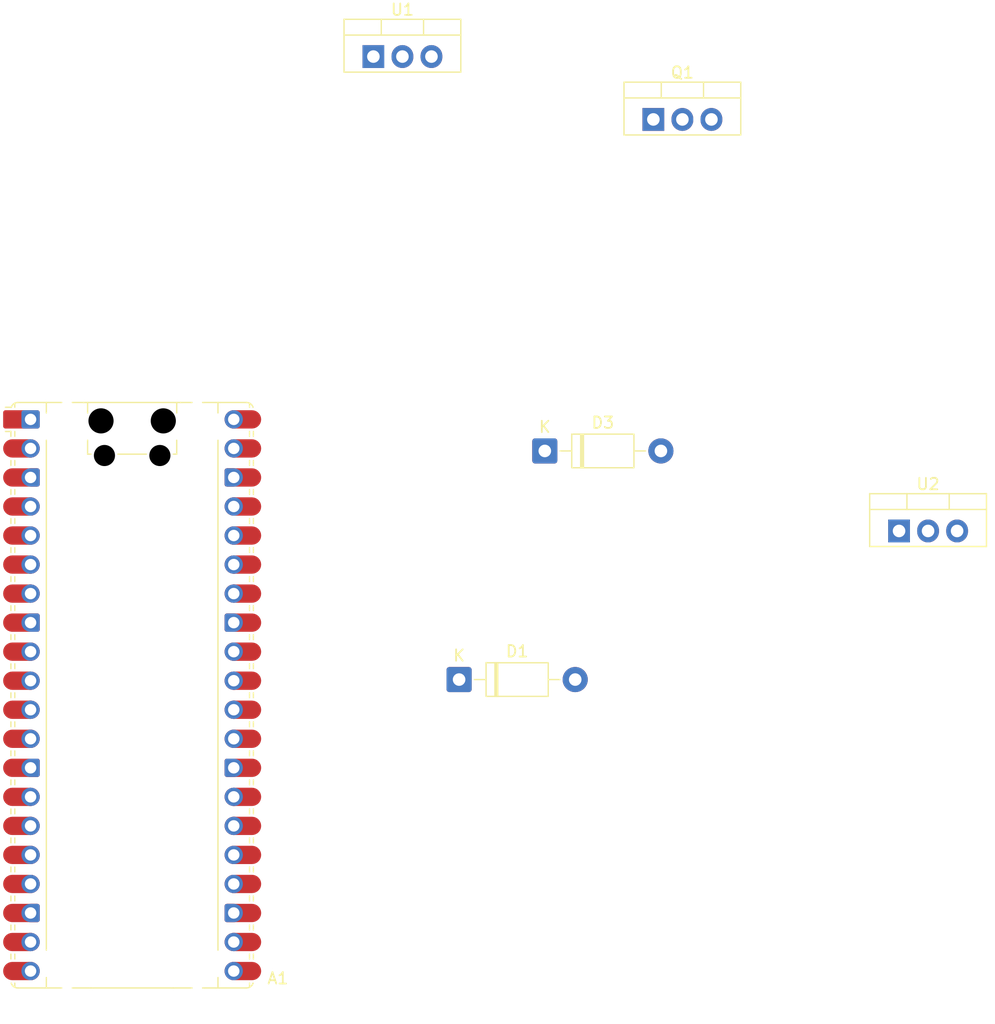
<source format=kicad_pcb>
(kicad_pcb (version 20241229) (generator "pcbnew") (generator_version "9.0")
  (layers (0 "F.Cu" signal) (2 "B.Cu" signal) (13 "F.Paste" user) (15 "B.Paste" user) (5 "F.SilkS" user "F.Silkscreen") (7 "B.SilkS" user "B.Silkscreen") (1 "F.Mask" user) (3 "B.Mask" user) (25 "Edge.Cuts" user))
  (net 0 "")
  (net 16 "Net-(A1-GPIO2)")
  (net 29 "GND")
  (net 37 "Net-(A1-GPIO0)")
  (net 64 "Net-(A1-VBUS)")
  (net 77 "Net-(D1-K)")
  (net 78 "Net-(D1-A)")
  (net 79 "+5V")
  (net 80 "Net-(D3-K)")
  (net 81 "Net-(Q1-G)")
  (net 82 "Net-(U1-ADJ)")
  (net 83 "+3.3V")
  (net 84 "Net-(U2-ADJ)")
  (footprint "Diode_THT:D_DO-41_SOD81_P10.16mm_Horizontal" (layer "F.Cu") (at 164.42 87)
    (property "Reference" "D3" (at 5.08 -2.47 0) (layer "F.SilkS"))
    (property "Value" "1N4004")
    (fp_line (start 1.34 0) (end 2.36 0) (stroke (width 0.12)) (layer "F.SilkS"))
    (fp_line (start 3.14 -1.47) (end 3.14 1.47) (stroke (width 0.12)) (layer "F.SilkS"))
    (fp_line (start 3.26 -1.47) (end 3.26 1.47) (stroke (width 0.12)) (layer "F.SilkS"))
    (fp_line (start 3.38 -1.47) (end 3.38 1.47) (stroke (width 0.12)) (layer "F.SilkS"))
    (fp_line (start 8.82 0) (end 7.8 0) (stroke (width 0.12)) (layer "F.SilkS"))
    (fp_rect (start 2.36 -1.47) (end 7.8 1.47) (stroke (width 0.12)) (fill no) (layer "F.SilkS"))
    (fp_text user "K" (at 0 -2.1 0) (layer "F.SilkS"))
    (pad "1" thru_hole roundrect (at 0 0) (size 2.2 2.2) (drill 1.1) (layers "*.Cu" "*.Mask") (roundrect_rratio 0.113636) (net 80 "Net-(D3-K)"))
    (pad "2" thru_hole circle (at 10.16 0) (size 2.2 2.2) (drill 1.1) (layers "*.Cu" "*.Mask") (net 79 "+5V"))
  )
  (footprint "Diode_THT:D_DO-41_SOD81_P10.16mm_Horizontal" (layer "F.Cu") (at 156.92 107)
    (property "Reference" "D1" (at 5.08 -2.47 0) (layer "F.SilkS"))
    (property "Value" "1N4004")
    (fp_line (start 1.34 0) (end 2.36 0) (stroke (width 0.12)) (layer "F.SilkS"))
    (fp_line (start 3.14 -1.47) (end 3.14 1.47) (stroke (width 0.12)) (layer "F.SilkS"))
    (fp_line (start 3.26 -1.47) (end 3.26 1.47) (stroke (width 0.12)) (layer "F.SilkS"))
    (fp_line (start 3.38 -1.47) (end 3.38 1.47) (stroke (width 0.12)) (layer "F.SilkS"))
    (fp_line (start 8.82 0) (end 7.8 0) (stroke (width 0.12)) (layer "F.SilkS"))
    (fp_rect (start 2.36 -1.47) (end 7.8 1.47) (stroke (width 0.12)) (fill no) (layer "F.SilkS"))
    (fp_text user "K" (at 0 -2.1 0) (layer "F.SilkS"))
    (pad "1" thru_hole roundrect (at 0 0) (size 2.2 2.2) (drill 1.1) (layers "*.Cu" "*.Mask") (roundrect_rratio 0.113636) (net 77 "Net-(D1-K)"))
    (pad "2" thru_hole circle (at 10.16 0) (size 2.2 2.2) (drill 1.1) (layers "*.Cu" "*.Mask") (net 78 "Net-(D1-A)"))
  )
  (footprint "Package_TO_SOT_THT:TO-220-3_Vertical" (layer "F.Cu") (at 195.42 94)
    (property "Reference" "U2" (at 2.54 -4.1 0) (layer "F.SilkS"))
    (property "Value" "LM317_TO-220")
    (fp_line (start -2.57 -3.26) (end 7.65 -3.26) (stroke (width 0.12)) (layer "F.SilkS"))
    (fp_line (start -2.57 -1.88) (end 7.65 -1.88) (stroke (width 0.12)) (layer "F.SilkS"))
    (fp_line (start -2.57 1.36) (end -2.57 -3.26) (stroke (width 0.12)) (layer "F.SilkS"))
    (fp_line (start 0.69 -3.26) (end 0.69 -1.88) (stroke (width 0.12)) (layer "F.SilkS"))
    (fp_line (start 4.39 -3.26) (end 4.39 -1.88) (stroke (width 0.12)) (layer "F.SilkS"))
    (fp_line (start 7.65 -3.26) (end 7.65 1.36) (stroke (width 0.12)) (layer "F.SilkS"))
    (fp_line (start 7.65 1.36) (end -2.57 1.36) (stroke (width 0.12)) (layer "F.SilkS"))
    (pad "1" thru_hole rect (at 0 0) (size 1.905 2) (drill 1.1) (layers "*.Cu" "*.Mask") (net 84 "Net-(U2-ADJ)"))
    (pad "2" thru_hole oval (at 2.54 0) (size 1.905 2) (drill 1.1) (layers "*.Cu" "*.Mask") (net 83 "+3.3V"))
    (pad "3" thru_hole oval (at 5.08 0) (size 1.905 2) (drill 1.1) (layers "*.Cu" "*.Mask") (net 77 "Net-(D1-K)"))
  )
  (footprint "Package_TO_SOT_THT:TO-220-3_Vertical" (layer "F.Cu") (at 149.42 52.5)
    (property "Reference" "U1" (at 2.54 -4.1 0) (layer "F.SilkS"))
    (property "Value" "LM317_TO-220")
    (fp_line (start -2.57 -3.26) (end 7.65 -3.26) (stroke (width 0.12)) (layer "F.SilkS"))
    (fp_line (start -2.57 -1.88) (end 7.65 -1.88) (stroke (width 0.12)) (layer "F.SilkS"))
    (fp_line (start -2.57 1.36) (end -2.57 -3.26) (stroke (width 0.12)) (layer "F.SilkS"))
    (fp_line (start 0.69 -3.26) (end 0.69 -1.88) (stroke (width 0.12)) (layer "F.SilkS"))
    (fp_line (start 4.39 -3.26) (end 4.39 -1.88) (stroke (width 0.12)) (layer "F.SilkS"))
    (fp_line (start 7.65 -3.26) (end 7.65 1.36) (stroke (width 0.12)) (layer "F.SilkS"))
    (fp_line (start 7.65 1.36) (end -2.57 1.36) (stroke (width 0.12)) (layer "F.SilkS"))
    (pad "1" thru_hole rect (at 0 0) (size 1.905 2) (drill 1.1) (layers "*.Cu" "*.Mask") (net 82 "Net-(U1-ADJ)"))
    (pad "2" thru_hole oval (at 2.54 0) (size 1.905 2) (drill 1.1) (layers "*.Cu" "*.Mask") (net 79 "+5V"))
    (pad "3" thru_hole oval (at 5.08 0) (size 1.905 2) (drill 1.1) (layers "*.Cu" "*.Mask") (net 77 "Net-(D1-K)"))
  )
  (footprint "Package_TO_SOT_THT:TO-220-3_Vertical" (layer "F.Cu") (at 173.92 58)
    (property "Reference" "Q1" (at 2.54 -4.1 0) (layer "F.SilkS"))
    (property "Value" "IRLB8721PBF")
    (fp_line (start -2.57 -3.26) (end 7.65 -3.26) (stroke (width 0.12)) (layer "F.SilkS"))
    (fp_line (start -2.57 -1.88) (end 7.65 -1.88) (stroke (width 0.12)) (layer "F.SilkS"))
    (fp_line (start -2.57 1.36) (end -2.57 -3.26) (stroke (width 0.12)) (layer "F.SilkS"))
    (fp_line (start 0.69 -3.26) (end 0.69 -1.88) (stroke (width 0.12)) (layer "F.SilkS"))
    (fp_line (start 4.39 -3.26) (end 4.39 -1.88) (stroke (width 0.12)) (layer "F.SilkS"))
    (fp_line (start 7.65 -3.26) (end 7.65 1.36) (stroke (width 0.12)) (layer "F.SilkS"))
    (fp_line (start 7.65 1.36) (end -2.57 1.36) (stroke (width 0.12)) (layer "F.SilkS"))
    (pad "1" thru_hole rect (at 0 0) (size 1.905 2) (drill 1.1) (layers "*.Cu" "*.Mask") (net 81 "Net-(Q1-G)"))
    (pad "2" thru_hole oval (at 2.54 0) (size 1.905 2) (drill 1.1) (layers "*.Cu" "*.Mask") (net 80 "Net-(D3-K)"))
    (pad "3" thru_hole oval (at 5.08 0) (size 1.905 2) (drill 1.1) (layers "*.Cu" "*.Mask") (net 29 "GND"))
  )
  (footprint "Module:RaspberryPi_Pico_Common_Unspecified" (layer "F.Cu") (at 128.31 108.37)
    (property "Reference" "A1" (at 11.7475 24.765 0) (layer "F.SilkS") (effects (justify left)))
    (property "Value" "RaspberryPi_Pico")
    (fp_line (start -10.61 -23.07) (end -11.09 -23.07) (stroke (width 0.12)) (layer "F.SilkS"))
    (fp_line (start -10.61 -23.07) (end -10.61 -22.65) (stroke (width 0.12)) (layer "F.SilkS"))
    (fp_line (start -10.61 -20.53) (end -10.61 -20.11) (stroke (width 0.12)) (layer "F.SilkS"))
    (fp_line (start -10.61 -17.99) (end -10.61 -17.57) (stroke (width 0.12)) (layer "F.SilkS"))
    (fp_line (start -10.61 -15.45) (end -10.61 -15.03) (stroke (width 0.12)) (layer "F.SilkS"))
    (fp_line (start -10.61 -12.91) (end -10.61 -12.49) (stroke (width 0.12)) (layer "F.SilkS"))
    (fp_line (start -10.61 -10.37) (end -10.61 -9.95) (stroke (width 0.12)) (layer "F.SilkS"))
    (fp_line (start -10.61 -7.83) (end -10.61 -7.41) (stroke (width 0.12)) (layer "F.SilkS"))
    (fp_line (start -10.61 -5.29) (end -10.61 -4.87) (stroke (width 0.12)) (layer "F.SilkS"))
    (fp_line (start -10.61 -2.75) (end -10.61 -2.33) (stroke (width 0.12)) (layer "F.SilkS"))
    (fp_line (start -10.61 -0.21) (end -10.61 0.21) (stroke (width 0.12)) (layer "F.SilkS"))
    (fp_line (start -10.61 2.33) (end -10.61 2.75) (stroke (width 0.12)) (layer "F.SilkS"))
    (fp_line (start -10.61 4.87) (end -10.61 5.29) (stroke (width 0.12)) (layer "F.SilkS"))
    (fp_line (start -10.61 7.41) (end -10.61 7.83) (stroke (width 0.12)) (layer "F.SilkS"))
    (fp_line (start -10.61 9.95) (end -10.61 10.37) (stroke (width 0.12)) (layer "F.SilkS"))
    (fp_line (start -10.61 12.49) (end -10.61 12.91) (stroke (width 0.12)) (layer "F.SilkS"))
    (fp_line (start -10.61 15.03) (end -10.61 15.45) (stroke (width 0.12)) (layer "F.SilkS"))
    (fp_line (start -10.61 17.57) (end -10.61 17.99) (stroke (width 0.12)) (layer "F.SilkS"))
    (fp_line (start -10.61 20.11) (end -10.61 20.53) (stroke (width 0.12)) (layer "F.SilkS"))
    (fp_line (start -10.61 22.65) (end -10.61 23.07) (stroke (width 0.12)) (layer "F.SilkS"))
    (fp_line (start -10.579676 -25.19) (end -11.09 -25.19) (stroke (width 0.12)) (layer "F.SilkS"))
    (fp_line (start -10.27 -25.189937) (end -10.27 -25.547) (stroke (width 0.12)) (layer "F.SilkS"))
    (fp_line (start -10.27 -23.07) (end -10.27 -22.65) (stroke (width 0.12)) (layer "F.SilkS"))
    (fp_line (start -10.27 -20.53) (end -10.27 -20.11) (stroke (width 0.12)) (layer "F.SilkS"))
    (fp_line (start -10.27 -17.99) (end -10.27 -17.57) (stroke (width 0.12)) (layer "F.SilkS"))
    (fp_line (start -10.27 -15.45) (end -10.27 -15.03) (stroke (width 0.12)) (layer "F.SilkS"))
    (fp_line (start -10.27 -12.91) (end -10.27 -12.49) (stroke (width 0.12)) (layer "F.SilkS"))
    (fp_line (start -10.27 -10.37) (end -10.27 -9.95) (stroke (width 0.12)) (layer "F.SilkS"))
    (fp_line (start -10.27 -7.83) (end -10.27 -7.41) (stroke (width 0.12)) (layer "F.SilkS"))
    (fp_line (start -10.27 -5.29) (end -10.27 -4.87) (stroke (width 0.12)) (layer "F.SilkS"))
    (fp_line (start -10.27 -2.75) (end -10.27 -2.33) (stroke (width 0.12)) (layer "F.SilkS"))
    (fp_line (start -10.27 -0.21) (end -10.27 0.21) (stroke (width 0.12)) (layer "F.SilkS"))
    (fp_line (start -10.27 2.33) (end -10.27 2.75) (stroke (width 0.12)) (layer "F.SilkS"))
    (fp_line (start -10.27 4.87) (end -10.27 5.29) (stroke (width 0.12)) (layer "F.SilkS"))
    (fp_line (start -10.27 7.41) (end -10.27 7.83) (stroke (width 0.12)) (layer "F.SilkS"))
    (fp_line (start -10.27 9.95) (end -10.27 10.37) (stroke (width 0.12)) (layer "F.SilkS"))
    (fp_line (start -10.27 12.49) (end -10.27 12.91) (stroke (width 0.12)) (layer "F.SilkS"))
    (fp_line (start -10.27 15.03) (end -10.27 15.45) (stroke (width 0.12)) (layer "F.SilkS"))
    (fp_line (start -10.27 17.57) (end -10.27 17.99) (stroke (width 0.12)) (layer "F.SilkS"))
    (fp_line (start -10.27 20.11) (end -10.27 20.53) (stroke (width 0.12)) (layer "F.SilkS"))
    (fp_line (start -10.27 22.65) (end -10.27 23.07) (stroke (width 0.12)) (layer "F.SilkS"))
    (fp_line (start -10.27 25.189937) (end -10.27 25.547) (stroke (width 0.12)) (layer "F.SilkS"))
    (fp_line (start -10 -25.61) (end -7.51 -25.61) (stroke (width 0.12)) (layer "F.SilkS"))
    (fp_line (start -10 25.61) (end -6.162061 25.61) (stroke (width 0.12)) (layer "F.SilkS"))
    (fp_line (start -7.51 -25.61) (end -7.51 -24.69648) (stroke (width 0.12)) (layer "F.SilkS"))
    (fp_line (start -7.51 -25.61) (end -6.16206 -25.61) (stroke (width 0.12)) (layer "F.SilkS"))
    (fp_line (start -7.51 -22.30352) (end -7.51 22.30352) (stroke (width 0.12)) (layer "F.SilkS"))
    (fp_line (start -7.51 24.69648) (end -7.51 25.61) (stroke (width 0.12)) (layer "F.SilkS"))
    (fp_line (start -5.237939 -25.61) (end -4.235 -25.61) (stroke (width 0.12)) (layer "F.SilkS"))
    (fp_line (start -4.235 -25.61) (end 4.235 -25.61) (stroke (width 0.12)) (layer "F.SilkS"))
    (fp_line (start -3.9 -25.61) (end -3.9 -24.694) (stroke (width 0.12)) (layer "F.SilkS"))
    (fp_line (start -3.9 -22.306) (end -3.9 -21.09) (stroke (width 0.12)) (layer "F.SilkS"))
    (fp_line (start -3.9 -21.09) (end -3.60391 -21.09) (stroke (width 0.12)) (layer "F.SilkS"))
    (fp_line (start -3.6 25.61) (end -5.237939 25.61) (stroke (width 0.12)) (layer "F.SilkS"))
    (fp_line (start -1.24609 -21.09) (end 1.24609 -21.09) (stroke (width 0.12)) (layer "F.SilkS"))
    (fp_line (start 3.6 25.61) (end -3.6 25.61) (stroke (width 0.12)) (layer "F.SilkS"))
    (fp_line (start 3.60391 -21.09) (end 3.9 -21.09) (stroke (width 0.12)) (layer "F.SilkS"))
    (fp_line (start 3.9 -25.61) (end 3.9 -24.694) (stroke (width 0.12)) (layer "F.SilkS"))
    (fp_line (start 3.9 -22.306) (end 3.9 -21.09) (stroke (width 0.12)) (layer "F.SilkS"))
    (fp_line (start 4.235 -25.61) (end 5.237939 -25.61) (stroke (width 0.12)) (layer "F.SilkS"))
    (fp_line (start 5.237939 25.61) (end 3.6 25.61) (stroke (width 0.12)) (layer "F.SilkS"))
    (fp_line (start 6.162061 -25.61) (end 7.51 -25.61) (stroke (width 0.12)) (layer "F.SilkS"))
    (fp_line (start 6.162061 25.61) (end 10 25.61) (stroke (width 0.12)) (layer "F.SilkS"))
    (fp_line (start 7.51 -25.61) (end 7.51 -24.69648) (stroke (width 0.12)) (layer "F.SilkS"))
    (fp_line (start 7.51 -22.30352) (end 7.51 22.30352) (stroke (width 0.12)) (layer "F.SilkS"))
    (fp_line (start 7.51 24.69648) (end 7.51 25.61) (stroke (width 0.12)) (layer "F.SilkS"))
    (fp_line (start 10 -25.61) (end 7.51 -25.61) (stroke (width 0.12)) (layer "F.SilkS"))
    (fp_line (start 10.27 -25.189937) (end 10.27 -25.547) (stroke (width 0.12)) (layer "F.SilkS"))
    (fp_line (start 10.27 -23.07) (end 10.27 -22.65) (stroke (width 0.12)) (layer "F.SilkS"))
    (fp_line (start 10.27 -20.53) (end 10.27 -20.11) (stroke (width 0.12)) (layer "F.SilkS"))
    (fp_line (start 10.27 -17.99) (end 10.27 -17.57) (stroke (width 0.12)) (layer "F.SilkS"))
    (fp_line (start 10.27 -15.45) (end 10.27 -15.03) (stroke (width 0.12)) (layer "F.SilkS"))
    (fp_line (start 10.27 -12.91) (end 10.27 -12.49) (stroke (width 0.12)) (layer "F.SilkS"))
    (fp_line (start 10.27 -10.37) (end 10.27 -9.95) (stroke (width 0.12)) (layer "F.SilkS"))
    (fp_line (start 10.27 -7.83) (end 10.27 -7.41) (stroke (width 0.12)) (layer "F.SilkS"))
    (fp_line (start 10.27 -5.29) (end 10.27 -4.87) (stroke (width 0.12)) (layer "F.SilkS"))
    (fp_line (start 10.27 -2.75) (end 10.27 -2.33) (stroke (width 0.12)) (layer "F.SilkS"))
    (fp_line (start 10.27 -0.21) (end 10.27 0.21) (stroke (width 0.12)) (layer "F.SilkS"))
    (fp_line (start 10.27 2.33) (end 10.27 2.75) (stroke (width 0.12)) (layer "F.SilkS"))
    (fp_line (start 10.27 4.87) (end 10.27 5.29) (stroke (width 0.12)) (layer "F.SilkS"))
    (fp_line (start 10.27 7.41) (end 10.27 7.83) (stroke (width 0.12)) (layer "F.SilkS"))
    (fp_line (start 10.27 9.95) (end 10.27 10.37) (stroke (width 0.12)) (layer "F.SilkS"))
    (fp_line (start 10.27 12.49) (end 10.27 12.91) (stroke (width 0.12)) (layer "F.SilkS"))
    (fp_line (start 10.27 15.03) (end 10.27 15.45) (stroke (width 0.12)) (layer "F.SilkS"))
    (fp_line (start 10.27 17.57) (end 10.27 17.99) (stroke (width 0.12)) (layer "F.SilkS"))
    (fp_line (start 10.27 20.11) (end 10.27 20.53) (stroke (width 0.12)) (layer "F.SilkS"))
    (fp_line (start 10.27 22.65) (end 10.27 23.07) (stroke (width 0.12)) (layer "F.SilkS"))
    (fp_line (start 10.27 25.189937) (end 10.27 25.547) (stroke (width 0.12)) (layer "F.SilkS"))
    (fp_line (start 10.61 -23.07) (end 10.61 -22.65) (stroke (width 0.12)) (layer "F.SilkS"))
    (fp_line (start 10.61 -20.53) (end 10.61 -20.11) (stroke (width 0.12)) (layer "F.SilkS"))
    (fp_line (start 10.61 -17.99) (end 10.61 -17.57) (stroke (width 0.12)) (layer "F.SilkS"))
    (fp_line (start 10.61 -15.45) (end 10.61 -15.03) (stroke (width 0.12)) (layer "F.SilkS"))
    (fp_line (start 10.61 -12.91) (end 10.61 -12.49) (stroke (width 0.12)) (layer "F.SilkS"))
    (fp_line (start 10.61 -10.37) (end 10.61 -9.95) (stroke (width 0.12)) (layer "F.SilkS"))
    (fp_line (start 10.61 -7.83) (end 10.61 -7.41) (stroke (width 0.12)) (layer "F.SilkS"))
    (fp_line (start 10.61 -5.29) (end 10.61 -4.87) (stroke (width 0.12)) (layer "F.SilkS"))
    (fp_line (start 10.61 -2.75) (end 10.61 -2.33) (stroke (width 0.12)) (layer "F.SilkS"))
    (fp_line (start 10.61 -0.21) (end 10.61 0.21) (stroke (width 0.12)) (layer "F.SilkS"))
    (fp_line (start 10.61 2.33) (end 10.61 2.75) (stroke (width 0.12)) (layer "F.SilkS"))
    (fp_line (start 10.61 4.87) (end 10.61 5.29) (stroke (width 0.12)) (layer "F.SilkS"))
    (fp_line (start 10.61 7.41) (end 10.61 7.83) (stroke (width 0.12)) (layer "F.SilkS"))
    (fp_line (start 10.61 9.95) (end 10.61 10.37) (stroke (width 0.12)) (layer "F.SilkS"))
    (fp_line (start 10.61 12.49) (end 10.61 12.91) (stroke (width 0.12)) (layer "F.SilkS"))
    (fp_line (start 10.61 15.03) (end 10.61 15.45) (stroke (width 0.12)) (layer "F.SilkS"))
    (fp_line (start 10.61 17.57) (end 10.61 17.99) (stroke (width 0.12)) (layer "F.SilkS"))
    (fp_line (start 10.61 20.11) (end 10.61 20.53) (stroke (width 0.12)) (layer "F.SilkS"))
    (fp_line (start 10.61 22.65) (end 10.61 23.07) (stroke (width 0.12)) (layer "F.SilkS"))
    (fp_arc (start -10.579676 -25.19) (mid -10.357938 -25.493944) (end -10 -25.61) (stroke (width 0.12)) (layer "F.SilkS"))
    (fp_arc (start -10 25.61) (mid -10.357937 25.493944) (end -10.579676 25.189937) (stroke (width 0.12)) (layer "F.SilkS"))
    (fp_arc (start 10 -25.61) (mid 10.357937 -25.493944) (end 10.579676 -25.189937) (stroke (width 0.12)) (layer "F.SilkS"))
    (fp_arc (start 10.579676 25.189937) (mid 10.357946 25.493957) (end 10 25.61) (stroke (width 0.12)) (layer "F.SilkS"))
    (pad "" np_thru_hole circle (at -2.725 -24) (size 2.2 2.2) (drill 2.2) (layers "*.Mask"))
    (pad "" np_thru_hole circle (at -2.425 -20.97) (size 1.85 1.85) (drill 1.85) (layers "*.Mask"))
    (pad "" np_thru_hole circle (at 2.425 -20.97) (size 1.85 1.85) (drill 1.85) (layers "*.Mask"))
    (pad "" np_thru_hole circle (at 2.725 -24) (size 2.2 2.2) (drill 2.2) (layers "*.Mask"))
    (pad "1" smd custom (at -9.69 -24.13) (size 1.6 0.8) (layers "F.Cu" "F.Mask") (net 37 "Net-(A1-GPIO0)") (options (clearance outline) (anchor rect)) (primitives (gr_circle (center 0.8 0) (end 1.6 0) (width 0) (fill yes)) (gr_poly (pts (xy -1.6 -0.6) (xy -1.6 0.6) (xy -1.4 0.8) (xy 0.8 0.8) (xy 0.8 -0.8) (xy -1.4 -0.8)) (width 0) (fill yes)) (gr_circle (center -1.4 -0.6) (end -1.2 -0.6) (width 0) (fill yes)) (gr_circle (center -1.4 0.6) (end -1.2 0.6) (width 0) (fill yes))))
    (pad "1" thru_hole roundrect (at -8.89 -24.13) (size 1.6 1.6) (drill 1) (layers "*.Cu" "*.Mask") (roundrect_rratio 0.125) (net 37 "Net-(A1-GPIO0)"))
    (pad "2" smd roundrect (at -9.69 -21.59) (size 3.2 1.6) (layers "F.Cu" "F.Mask") (roundrect_rratio 0.5))
    (pad "2" thru_hole circle (at -8.89 -21.59) (size 1.6 1.6) (drill 1) (layers "*.Cu" "*.Mask"))
    (pad "3" smd custom (at -9.69 -19.05) (size 1.6 0.8) (layers "F.Cu" "F.Mask") (options (clearance outline) (anchor rect)) (primitives (gr_circle (center -0.8 0) (end 0 0) (width 0) (fill yes)) (gr_poly (pts (xy 1.6 -0.6) (xy 1.6 0.6) (xy 1.4 0.8) (xy -0.8 0.8) (xy -0.8 -0.8) (xy 1.4 -0.8)) (width 0) (fill yes)) (gr_circle (center 1.4 -0.6) (end 1.6 -0.6) (width 0) (fill yes)) (gr_circle (center 1.4 0.6) (end 1.6 0.6) (width 0) (fill yes))))
    (pad "3" thru_hole custom (at -8.89 -19.05) (size 1.6 1.6) (drill 1) (layers "*.Cu" "*.Mask") (options (clearance outline) (anchor circle)) (primitives (gr_poly (pts (xy 0.8 0.6) (xy 0.8 -0.6) (xy 0.6 -0.8) (xy 0 -0.8) (xy 0 0.8) (xy 0.6 0.8)) (width 0) (fill yes)) (gr_circle (center 0.6 0.6) (end 0.8 0.6) (width 0) (fill yes)) (gr_circle (center 0.6 -0.6) (end 0.8 -0.6) (width 0) (fill yes))))
    (pad "4" smd roundrect (at -9.69 -16.51) (size 3.2 1.6) (layers "F.Cu" "F.Mask") (roundrect_rratio 0.5) (net 16 "Net-(A1-GPIO2)"))
    (pad "4" thru_hole circle (at -8.89 -16.51) (size 1.6 1.6) (drill 1) (layers "*.Cu" "*.Mask") (net 16 "Net-(A1-GPIO2)"))
    (pad "5" smd roundrect (at -9.69 -13.97) (size 3.2 1.6) (layers "F.Cu" "F.Mask") (roundrect_rratio 0.5))
    (pad "5" thru_hole circle (at -8.89 -13.97) (size 1.6 1.6) (drill 1) (layers "*.Cu" "*.Mask"))
    (pad "6" smd roundrect (at -9.69 -11.43) (size 3.2 1.6) (layers "F.Cu" "F.Mask") (roundrect_rratio 0.5))
    (pad "6" thru_hole circle (at -8.89 -11.43) (size 1.6 1.6) (drill 1) (layers "*.Cu" "*.Mask"))
    (pad "7" smd roundrect (at -9.69 -8.89) (size 3.2 1.6) (layers "F.Cu" "F.Mask") (roundrect_rratio 0.5))
    (pad "7" thru_hole circle (at -8.89 -8.89) (size 1.6 1.6) (drill 1) (layers "*.Cu" "*.Mask"))
    (pad "8" smd custom (at -9.69 -6.35) (size 1.6 0.8) (layers "F.Cu" "F.Mask") (options (clearance outline) (anchor rect)) (primitives (gr_circle (center -0.8 0) (end 0 0) (width 0) (fill yes)) (gr_poly (pts (xy 1.6 -0.6) (xy 1.6 0.6) (xy 1.4 0.8) (xy -0.8 0.8) (xy -0.8 -0.8) (xy 1.4 -0.8)) (width 0) (fill yes)) (gr_circle (center 1.4 -0.6) (end 1.6 -0.6) (width 0) (fill yes)) (gr_circle (center 1.4 0.6) (end 1.6 0.6) (width 0) (fill yes))))
    (pad "8" thru_hole custom (at -8.89 -6.35) (size 1.6 1.6) (drill 1) (layers "*.Cu" "*.Mask") (options (clearance outline) (anchor circle)) (primitives (gr_poly (pts (xy 0.8 0.6) (xy 0.8 -0.6) (xy 0.6 -0.8) (xy 0 -0.8) (xy 0 0.8) (xy 0.6 0.8)) (width 0) (fill yes)) (gr_circle (center 0.6 0.6) (end 0.8 0.6) (width 0) (fill yes)) (gr_circle (center 0.6 -0.6) (end 0.8 -0.6) (width 0) (fill yes))))
    (pad "9" smd roundrect (at -9.69 -3.81) (size 3.2 1.6) (layers "F.Cu" "F.Mask") (roundrect_rratio 0.5))
    (pad "9" thru_hole circle (at -8.89 -3.81) (size 1.6 1.6) (drill 1) (layers "*.Cu" "*.Mask"))
    (pad "10" smd roundrect (at -9.69 -1.27) (size 3.2 1.6) (layers "F.Cu" "F.Mask") (roundrect_rratio 0.5))
    (pad "10" thru_hole circle (at -8.89 -1.27) (size 1.6 1.6) (drill 1) (layers "*.Cu" "*.Mask"))
    (pad "11" smd roundrect (at -9.69 1.27) (size 3.2 1.6) (layers "F.Cu" "F.Mask") (roundrect_rratio 0.5))
    (pad "11" thru_hole circle (at -8.89 1.27) (size 1.6 1.6) (drill 1) (layers "*.Cu" "*.Mask"))
    (pad "12" smd roundrect (at -9.69 3.81) (size 3.2 1.6) (layers "F.Cu" "F.Mask") (roundrect_rratio 0.5))
    (pad "12" thru_hole circle (at -8.89 3.81) (size 1.6 1.6) (drill 1) (layers "*.Cu" "*.Mask"))
    (pad "13" smd custom (at -9.69 6.35) (size 1.6 0.8) (layers "F.Cu" "F.Mask") (options (clearance outline) (anchor rect)) (primitives (gr_circle (center -0.8 0) (end 0 0) (width 0) (fill yes)) (gr_poly (pts (xy 1.6 -0.6) (xy 1.6 0.6) (xy 1.4 0.8) (xy -0.8 0.8) (xy -0.8 -0.8) (xy 1.4 -0.8)) (width 0) (fill yes)) (gr_circle (center 1.4 -0.6) (end 1.6 -0.6) (width 0) (fill yes)) (gr_circle (center 1.4 0.6) (end 1.6 0.6) (width 0) (fill yes))))
    (pad "13" thru_hole custom (at -8.89 6.35) (size 1.6 1.6) (drill 1) (layers "*.Cu" "*.Mask") (options (clearance outline) (anchor circle)) (primitives (gr_poly (pts (xy 0.8 0.6) (xy 0.8 -0.6) (xy 0.6 -0.8) (xy 0 -0.8) (xy 0 0.8) (xy 0.6 0.8)) (width 0) (fill yes)) (gr_circle (center 0.6 0.6) (end 0.8 0.6) (width 0) (fill yes)) (gr_circle (center 0.6 -0.6) (end 0.8 -0.6) (width 0) (fill yes))))
    (pad "14" smd roundrect (at -9.69 8.89) (size 3.2 1.6) (layers "F.Cu" "F.Mask") (roundrect_rratio 0.5))
    (pad "14" thru_hole circle (at -8.89 8.89) (size 1.6 1.6) (drill 1) (layers "*.Cu" "*.Mask"))
    (pad "15" smd roundrect (at -9.69 11.43) (size 3.2 1.6) (layers "F.Cu" "F.Mask") (roundrect_rratio 0.5))
    (pad "15" thru_hole circle (at -8.89 11.43) (size 1.6 1.6) (drill 1) (layers "*.Cu" "*.Mask"))
    (pad "16" smd roundrect (at -9.69 13.97) (size 3.2 1.6) (layers "F.Cu" "F.Mask") (roundrect_rratio 0.5))
    (pad "16" thru_hole circle (at -8.89 13.97) (size 1.6 1.6) (drill 1) (layers "*.Cu" "*.Mask"))
    (pad "17" smd roundrect (at -9.69 16.51) (size 3.2 1.6) (layers "F.Cu" "F.Mask") (roundrect_rratio 0.5))
    (pad "17" thru_hole circle (at -8.89 16.51) (size 1.6 1.6) (drill 1) (layers "*.Cu" "*.Mask"))
    (pad "18" smd custom (at -9.69 19.05) (size 1.6 0.8) (layers "F.Cu" "F.Mask") (options (clearance outline) (anchor rect)) (primitives (gr_circle (center -0.8 0) (end 0 0) (width 0) (fill yes)) (gr_poly (pts (xy 1.6 -0.6) (xy 1.6 0.6) (xy 1.4 0.8) (xy -0.8 0.8) (xy -0.8 -0.8) (xy 1.4 -0.8)) (width 0) (fill yes)) (gr_circle (center 1.4 -0.6) (end 1.6 -0.6) (width 0) (fill yes)) (gr_circle (center 1.4 0.6) (end 1.6 0.6) (width 0) (fill yes))))
    (pad "18" thru_hole custom (at -8.89 19.05) (size 1.6 1.6) (drill 1) (layers "*.Cu" "*.Mask") (options (clearance outline) (anchor circle)) (primitives (gr_poly (pts (xy 0.8 0.6) (xy 0.8 -0.6) (xy 0.6 -0.8) (xy 0 -0.8) (xy 0 0.8) (xy 0.6 0.8)) (width 0) (fill yes)) (gr_circle (center 0.6 0.6) (end 0.8 0.6) (width 0) (fill yes)) (gr_circle (center 0.6 -0.6) (end 0.8 -0.6) (width 0) (fill yes))))
    (pad "19" smd roundrect (at -9.69 21.59) (size 3.2 1.6) (layers "F.Cu" "F.Mask") (roundrect_rratio 0.5))
    (pad "19" thru_hole circle (at -8.89 21.59) (size 1.6 1.6) (drill 1) (layers "*.Cu" "*.Mask"))
    (pad "20" smd roundrect (at -9.69 24.13) (size 3.2 1.6) (layers "F.Cu" "F.Mask") (roundrect_rratio 0.5))
    (pad "20" thru_hole circle (at -8.89 24.13) (size 1.6 1.6) (drill 1) (layers "*.Cu" "*.Mask"))
    (pad "21" thru_hole circle (at 8.89 24.13) (size 1.6 1.6) (drill 1) (layers "*.Cu" "*.Mask"))
    (pad "21" smd roundrect (at 9.69 24.13) (size 3.2 1.6) (layers "F.Cu" "F.Mask") (roundrect_rratio 0.5))
    (pad "22" thru_hole circle (at 8.89 21.59) (size 1.6 1.6) (drill 1) (layers "*.Cu" "*.Mask"))
    (pad "22" smd roundrect (at 9.69 21.59) (size 3.2 1.6) (layers "F.Cu" "F.Mask") (roundrect_rratio 0.5))
    (pad "23" thru_hole custom (at 8.89 19.05) (size 1.6 1.6) (drill 1) (layers "*.Cu" "*.Mask") (options (clearance outline) (anchor circle)) (primitives (gr_poly (pts (xy -0.8 0.6) (xy -0.8 -0.6) (xy -0.6 -0.8) (xy 0 -0.8) (xy 0 0.8) (xy -0.6 0.8)) (width 0) (fill yes)) (gr_circle (center -0.6 0.6) (end -0.4 0.6) (width 0) (fill yes)) (gr_circle (center -0.6 -0.6) (end -0.4 -0.6) (width 0) (fill yes))))
    (pad "23" smd custom (at 9.69 19.05) (size 1.6 0.8) (layers "F.Cu" "F.Mask") (options (clearance outline) (anchor rect)) (primitives (gr_circle (center 0.8 0) (end 1.6 0) (width 0) (fill yes)) (gr_poly (pts (xy -1.6 -0.6) (xy -1.6 0.6) (xy -1.4 0.8) (xy 0.8 0.8) (xy 0.8 -0.8) (xy -1.4 -0.8)) (width 0) (fill yes)) (gr_circle (center -1.4 -0.6) (end -1.2 -0.6) (width 0) (fill yes)) (gr_circle (center -1.4 0.6) (end -1.2 0.6) (width 0) (fill yes))))
    (pad "24" thru_hole circle (at 8.89 16.51) (size 1.6 1.6) (drill 1) (layers "*.Cu" "*.Mask"))
    (pad "24" smd roundrect (at 9.69 16.51) (size 3.2 1.6) (layers "F.Cu" "F.Mask") (roundrect_rratio 0.5))
    (pad "25" thru_hole circle (at 8.89 13.97) (size 1.6 1.6) (drill 1) (layers "*.Cu" "*.Mask"))
    (pad "25" smd roundrect (at 9.69 13.97) (size 3.2 1.6) (layers "F.Cu" "F.Mask") (roundrect_rratio 0.5))
    (pad "26" thru_hole circle (at 8.89 11.43) (size 1.6 1.6) (drill 1) (layers "*.Cu" "*.Mask"))
    (pad "26" smd roundrect (at 9.69 11.43) (size 3.2 1.6) (layers "F.Cu" "F.Mask") (roundrect_rratio 0.5))
    (pad "27" thru_hole circle (at 8.89 8.89) (size 1.6 1.6) (drill 1) (layers "*.Cu" "*.Mask"))
    (pad "27" smd roundrect (at 9.69 8.89) (size 3.2 1.6) (layers "F.Cu" "F.Mask") (roundrect_rratio 0.5))
    (pad "28" thru_hole custom (at 8.89 6.35) (size 1.6 1.6) (drill 1) (layers "*.Cu" "*.Mask") (options (clearance outline) (anchor circle)) (primitives (gr_poly (pts (xy -0.8 0.6) (xy -0.8 -0.6) (xy -0.6 -0.8) (xy 0 -0.8) (xy 0 0.8) (xy -0.6 0.8)) (width 0) (fill yes)) (gr_circle (center -0.6 0.6) (end -0.4 0.6) (width 0) (fill yes)) (gr_circle (center -0.6 -0.6) (end -0.4 -0.6) (width 0) (fill yes))))
    (pad "28" smd custom (at 9.69 6.35) (size 1.6 0.8) (layers "F.Cu" "F.Mask") (options (clearance outline) (anchor rect)) (primitives (gr_circle (center 0.8 0) (end 1.6 0) (width 0) (fill yes)) (gr_poly (pts (xy -1.6 -0.6) (xy -1.6 0.6) (xy -1.4 0.8) (xy 0.8 0.8) (xy 0.8 -0.8) (xy -1.4 -0.8)) (width 0) (fill yes)) (gr_circle (center -1.4 -0.6) (end -1.2 -0.6) (width 0) (fill yes)) (gr_circle (center -1.4 0.6) (end -1.2 0.6) (width 0) (fill yes))))
    (pad "29" thru_hole circle (at 8.89 3.81) (size 1.6 1.6) (drill 1) (layers "*.Cu" "*.Mask"))
    (pad "29" smd roundrect (at 9.69 3.81) (size 3.2 1.6) (layers "F.Cu" "F.Mask") (roundrect_rratio 0.5))
    (pad "30" thru_hole circle (at 8.89 1.27) (size 1.6 1.6) (drill 1) (layers "*.Cu" "*.Mask"))
    (pad "30" smd roundrect (at 9.69 1.27) (size 3.2 1.6) (layers "F.Cu" "F.Mask") (roundrect_rratio 0.5))
    (pad "31" thru_hole circle (at 8.89 -1.27) (size 1.6 1.6) (drill 1) (layers "*.Cu" "*.Mask"))
    (pad "31" smd roundrect (at 9.69 -1.27) (size 3.2 1.6) (layers "F.Cu" "F.Mask") (roundrect_rratio 0.5))
    (pad "32" thru_hole circle (at 8.89 -3.81) (size 1.6 1.6) (drill 1) (layers "*.Cu" "*.Mask"))
    (pad "32" smd roundrect (at 9.69 -3.81) (size 3.2 1.6) (layers "F.Cu" "F.Mask") (roundrect_rratio 0.5))
    (pad "33" thru_hole custom (at 8.89 -6.35) (size 1.6 1.6) (drill 1) (layers "*.Cu" "*.Mask") (options (clearance outline) (anchor circle)) (primitives (gr_poly (pts (xy -0.8 0.6) (xy -0.8 -0.6) (xy -0.6 -0.8) (xy 0 -0.8) (xy 0 0.8) (xy -0.6 0.8)) (width 0) (fill yes)) (gr_circle (center -0.6 0.6) (end -0.4 0.6) (width 0) (fill yes)) (gr_circle (center -0.6 -0.6) (end -0.4 -0.6) (width 0) (fill yes))))
    (pad "33" smd custom (at 9.69 -6.35) (size 1.6 0.8) (layers "F.Cu" "F.Mask") (options (clearance outline) (anchor rect)) (primitives (gr_circle (center 0.8 0) (end 1.6 0) (width 0) (fill yes)) (gr_poly (pts (xy -1.6 -0.6) (xy -1.6 0.6) (xy -1.4 0.8) (xy 0.8 0.8) (xy 0.8 -0.8) (xy -1.4 -0.8)) (width 0) (fill yes)) (gr_circle (center -1.4 -0.6) (end -1.2 -0.6) (width 0) (fill yes)) (gr_circle (center -1.4 0.6) (end -1.2 0.6) (width 0) (fill yes))))
    (pad "34" thru_hole circle (at 8.89 -8.89) (size 1.6 1.6) (drill 1) (layers "*.Cu" "*.Mask"))
    (pad "34" smd roundrect (at 9.69 -8.89) (size 3.2 1.6) (layers "F.Cu" "F.Mask") (roundrect_rratio 0.5))
    (pad "35" thru_hole circle (at 8.89 -11.43) (size 1.6 1.6) (drill 1) (layers "*.Cu" "*.Mask"))
    (pad "35" smd roundrect (at 9.69 -11.43) (size 3.2 1.6) (layers "F.Cu" "F.Mask") (roundrect_rratio 0.5))
    (pad "36" thru_hole circle (at 8.89 -13.97) (size 1.6 1.6) (drill 1) (layers "*.Cu" "*.Mask"))
    (pad "36" smd roundrect (at 9.69 -13.97) (size 3.2 1.6) (layers "F.Cu" "F.Mask") (roundrect_rratio 0.5))
    (pad "37" thru_hole circle (at 8.89 -16.51) (size 1.6 1.6) (drill 1) (layers "*.Cu" "*.Mask"))
    (pad "37" smd roundrect (at 9.69 -16.51) (size 3.2 1.6) (layers "F.Cu" "F.Mask") (roundrect_rratio 0.5))
    (pad "38" thru_hole custom (at 8.89 -19.05) (size 1.6 1.6) (drill 1) (layers "*.Cu" "*.Mask") (options (clearance outline) (anchor circle)) (primitives (gr_poly (pts (xy -0.8 0.6) (xy -0.8 -0.6) (xy -0.6 -0.8) (xy 0 -0.8) (xy 0 0.8) (xy -0.6 0.8)) (width 0) (fill yes)) (gr_circle (center -0.6 0.6) (end -0.4 0.6) (width 0) (fill yes)) (gr_circle (center -0.6 -0.6) (end -0.4 -0.6) (width 0) (fill yes))))
    (pad "38" smd custom (at 9.69 -19.05) (size 1.6 0.8) (layers "F.Cu" "F.Mask") (options (clearance outline) (anchor rect)) (primitives (gr_circle (center 0.8 0) (end 1.6 0) (width 0) (fill yes)) (gr_poly (pts (xy -1.6 -0.6) (xy -1.6 0.6) (xy -1.4 0.8) (xy 0.8 0.8) (xy 0.8 -0.8) (xy -1.4 -0.8)) (width 0) (fill yes)) (gr_circle (center -1.4 -0.6) (end -1.2 -0.6) (width 0) (fill yes)) (gr_circle (center -1.4 0.6) (end -1.2 0.6) (width 0) (fill yes))))
    (pad "39" thru_hole circle (at 8.89 -21.59) (size 1.6 1.6) (drill 1) (layers "*.Cu" "*.Mask") (net 29 "GND"))
    (pad "39" smd roundrect (at 9.69 -21.59) (size 3.2 1.6) (layers "F.Cu" "F.Mask") (roundrect_rratio 0.5) (net 29 "GND"))
    (pad "40" thru_hole circle (at 8.89 -24.13) (size 1.6 1.6) (drill 1) (layers "*.Cu" "*.Mask") (net 64 "Net-(A1-VBUS)"))
    (pad "40" smd roundrect (at 9.69 -24.13) (size 3.2 1.6) (layers "F.Cu" "F.Mask") (roundrect_rratio 0.5) (net 64 "Net-(A1-VBUS)"))
  )
)
</source>
